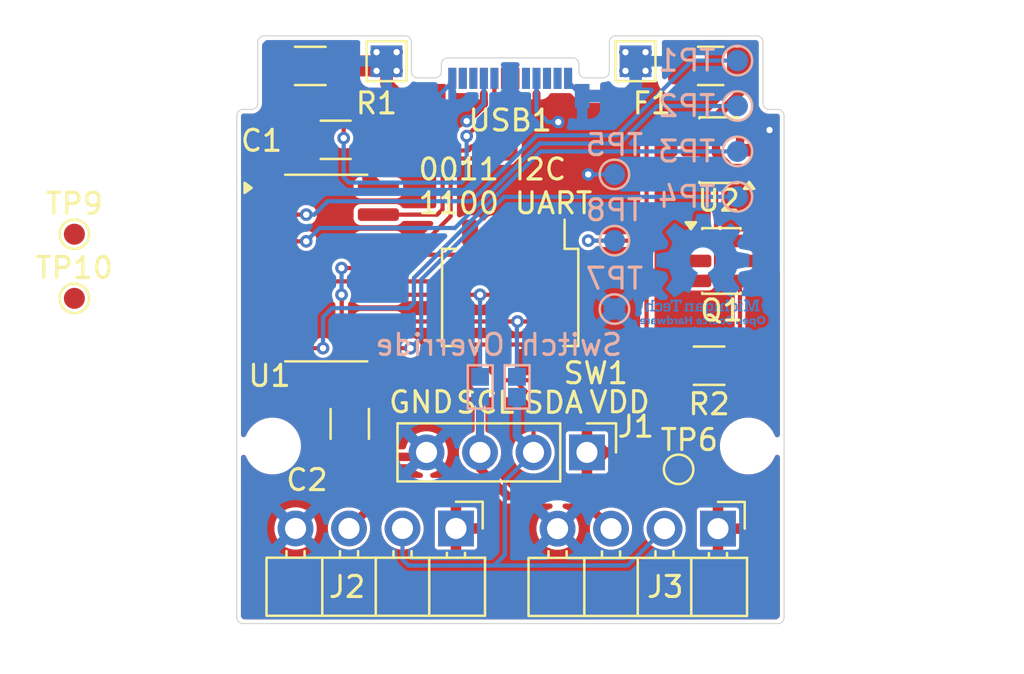
<source format=kicad_pcb>
(kicad_pcb (version 20241229) (generator "pcbnew") (generator_version "9.0")
  (layers (0 "F.Cu" signal) (2 "B.Cu" signal) (13 "F.Paste" user) (15 "B.Paste" user) (5 "F.SilkS" user "F.Silkscreen") (7 "B.SilkS" user "B.Silkscreen") (1 "F.Mask" user) (3 "B.Mask" user) (25 "Edge.Cuts" user))
  (net 0 "")
  (net 1 "/VBus")
  (net 2 "GND")
  (net 3 "Net-(U1-VUSB)")
  (net 4 "Net-(U1-D-)")
  (net 5 "Net-(Q1B-D)")
  (net 6 "Net-(U1-D+)")
  (net 7 "/Vo")
  (net 9 "/Out1")
  (net 10 "Net-(U1-SCL)")
  (net 11 "Net-(U1-URx)")
  (net 12 "Net-(U1-SDA)")
  (net 13 "Net-(U1-UTx)")
  (net 14 "Net-(USB1-CC)")
  (net 15 "/Out0")
  (net 16 "Net-(Q1B-G)")
  (net 17 "Net-(U1-GP1)")
  (net 18 "Net-(U1-GP2)")
  (net 19 "Net-(U1-GP0)")
  (net 20 "Net-(U1-GP3)")
  (net 21 "Net-(U2-STAT)")
  (net 23 "/SCL{slash}UTx")
  (net 24 "/SDA{slash}URx")
  (footprint "Resistor_SMD:R_1206_3216Metric" (layer "F.Cu") (at 105.9688 72.7964 180)
    (property "Reference" "R2")
    (property "Value" "470k")
  )
  (footprint "TestPoint:TestPoint_Pad_1.5x1.5mm" (layer "F.Cu") (at 90.64865 58.3219)
    (property "Reference" "TP3" (hide yes))
    (property "Value" "TestPoint" (hide yes))
  )
  (footprint "Package_TO_SOT_SMD:TSOT-23-6" (layer "F.Cu") (at 106.553 67.818)
    (property "Reference" "Q1")
    (property "Value" "DMC2053UVT")
  )
  (footprint "Connector_PinHeader_2.54mm:PinHeader_1x04_P2.54mm_Horizontal" (layer "F.Cu") (at 93.94505 80.5338 -90)
    (property "Reference" "J2")
    (property "Value" "2.54mm Pitch Header")
  )
  (footprint "Capacitor_SMD:C_1206_3216Metric_Pad1.33x1.80mm_HandSolder" (layer "F.Cu") (at 88.9 75.565 90)
    (property "Reference" "C2")
    (property "Value" "0.22uF")
  )
  (footprint "MountingHole:MountingHole_2.2mm_M2" (layer "F.Cu") (at 85.23105 76.616)
    (property "Reference" "H1" (hide yes))
    (property "Value" "MountingHole")
  )
  (footprint "Package_TO_SOT_SMD:TSOT-23-6" (layer "F.Cu") (at 106.4205 62.55 180)
    (property "Reference" "U2")
    (property "Value" "LTC4412xS6")
  )
  (footprint "Connector_USB:USB_C_Plug_Molex_105444" (layer "F.Cu") (at 96.52105 59.098)
    (property "Reference" "USB1")
    (property "Value" "USB C Male Connector")
  )
  (footprint "TestPoint:TestPoint_Pad_1.5x1.5mm" (layer "F.Cu") (at 102.47235 58.3219)
    (property "Reference" "TP3" (hide yes))
    (property "Value" "TestPoint" (hide yes))
  )
  (footprint "MountingHole:MountingHole_2.2mm_M2" (layer "F.Cu") (at 107.83105 76.616)
    (property "Reference" "H2" (hide yes))
    (property "Value" "MountingHole")
  )
  (footprint "Button_Switch_SMD:SW_DIP_SPSTx04_Slide_Omron_A6H-4101_W6.15mm_P1.27mm" (layer "F.Cu") (at 96.52105 69.552 -90)
    (property "Reference" "SW1")
    (property "Value" "SW_DIP_x04")
  )
  (footprint "Resistor_SMD:R_1206_3216Metric" (layer "F.Cu") (at 87.02555 58.547)
    (property "Reference" "R1")
    (property "Value" "5.1k")
  )
  (footprint "Capacitor_SMD:C_1206_3216Metric_Pad1.33x1.80mm_HandSolder" (layer "F.Cu") (at 88.23005 62.059 180)
    (property "Reference" "C1")
    (property "Value" "0.47uF")
  )
  (footprint "TestPoint:TestPoint_Pad_D1.0mm" (layer "F.Cu") (at 75.819 69.596)
    (property "Reference" "TP10")
    (property "Value" "D-")
  )
  (footprint "Package_SO:SOIC-14_3.9x8.7mm_P1.27mm" (layer "F.Cu") (at 87.78405 68.155)
    (property "Reference" "U1")
    (property "Value" "MCP2221AxSL" (hide yes))
  )
  (footprint "Connector_PinHeader_2.54mm:PinHeader_1x04_P2.54mm_Vertical" (layer "F.Cu") (at 100.16805 76.918 -90)
    (property "Reference" "J1")
    (property "Value" "2.54mm Pitch Header" (hide yes))
  )
  (footprint "Connector_PinHeader_2.54mm:PinHeader_1x04_P2.54mm_Horizontal" (layer "F.Cu") (at 106.39105 80.543 -90)
    (property "Reference" "J3")
    (property "Value" "2.54mm Pitch Header" (hide yes))
  )
  (footprint "TestPoint:TestPoint_Pad_D1.0mm" (layer "F.Cu") (at 104.521 77.724)
    (property "Reference" "TP6")
    (property "Value" "Vo" (hide yes))
  )
  (footprint "TestPoint:TestPoint_Pad_D1.0mm" (layer "F.Cu") (at 75.819 66.546)
    (property "Reference" "TP9")
    (property "Value" "D+")
  )
  (footprint "Fuse:Fuse_1206_3216Metric" (layer "F.Cu") (at 106.045 58.547)
    (property "Reference" "F1")
    (property "Value" "Polyfuse")
  )
  (footprint "Custom Parts:Jumper Pads" (layer "B.Cu") (at 96.84065 73.2264 180)
    (property "Reference" "2x Pads" (hide yes))
    (property "Value" "Jumper Pads" (hide yes))
  )
  (footprint "TestPoint:TestPoint_Pad_D1.0mm" (layer "B.Cu") (at 107.315 64.77 180)
    (property "Reference" "TP4")
    (property "Value" "I2C Activity")
  )
  (footprint "TestPoint:TestPoint_Pad_D1.0mm" (layer "B.Cu") (at 107.315 58.293 180)
    (property "Reference" "TP1")
    (property "Value" "URx")
  )
  (footprint "LOGO" (layer "B.Cu") (at 105.664 68.326 180)
    (property "Reference" "G***" (hide yes))
    (property "Value" "LOGO" (hide yes))
  )
  (footprint "" (layer "B.Cu") (at 102.47945 58.3252 180)
    (property "Reference" "")
    (property "Value" "")
  )
  (footprint "Custom Parts:Jumper Pads" (layer "B.Cu") (at 95.08805 73.2264 180)
    (property "Reference" "2x Pads" (hide yes))
    (property "Value" "Jumper Pads" (hide yes))
  )
  (footprint "TestPoint:TestPoint_Pad_D1.0mm" (layer "B.Cu") (at 101.473 70.104 180)
    (property "Reference" "TP7")
    (property "Value" "GND")
  )
  (footprint "TestPoint:TestPoint_Pad_D1.0mm" (layer "B.Cu") (at 107.315 62.611 180)
    (property "Reference" "TP3")
    (property "Value" "USB Status")
  )
  (footprint "TestPoint:TestPoint_Pad_D1.0mm" (layer "B.Cu") (at 107.315 60.452 180)
    (property "Reference" "TP2")
    (property "Value" "UTx")
  )
  (footprint "TestPoint:TestPoint_Pad_D1.0mm" (layer "B.Cu") (at 101.473 63.7032 180)
    (property "Reference" "TP5")
    (property "Value" "VBus" (hide yes))
  )
  (footprint "" (layer "B.Cu") (at 90.64305 58.3252 180)
    (property "Reference" "")
    (property "Value" "")
  )
  (footprint "TestPoint:TestPoint_Pad_D1.0mm" (layer "B.Cu") (at 101.473 66.8528 180)
    (property "Reference" "TP8")
    (property "Value" "OV Status" (hide yes))
  )
  (gr_arc (start 84.53105 57.416) (mid 84.618918 57.203868) (end 84.83105 57.116) (stroke (width 0.05)) (layer "Edge.Cuts"))
  (gr_arc (start 99.488918 58.166) (mid 99.70105 58.253868) (end 99.788918 58.466) (stroke (width 0.05)) (layer "Edge.Cuts"))
  (gr_arc (start 108.83105 60.616) (mid 108.618918 60.528132) (end 108.53105 60.316) (stroke (width 0.05)) (layer "Edge.Cuts"))
  (gr_line (start 93.25105 58.466) (end 93.25105 58.816) (stroke (width 0.05)) (layer "Edge.Cuts"))
  (gr_line (start 108.83105 60.616) (end 109.23105 60.616) (stroke (width 0.05)) (layer "Edge.Cuts"))
  (gr_arc (start 109.23105 60.616) (mid 109.443182 60.703868) (end 109.53105 60.916) (stroke (width 0.05)) (layer "Edge.Cuts"))
  (gr_arc (start 91.53105 57.116) (mid 91.743182 57.203868) (end 91.83105 57.416) (stroke (width 0.05)) (layer "Edge.Cuts"))
  (gr_line (start 108.53105 60.316) (end 108.53105 57.416) (stroke (width 0.05)) (layer "Edge.Cuts"))
  (gr_line (start 99.788918 58.466) (end 99.788918 58.816) (stroke (width 0.05)) (layer "Edge.Cuts"))
  (gr_arc (start 84.53105 60.316) (mid 84.443182 60.528132) (end 84.23105 60.616) (stroke (width 0.05)) (layer "Edge.Cuts"))
  (gr_arc (start 93.25105 58.466) (mid 93.338918 58.253868) (end 93.55105 58.166) (stroke (width 0.05)) (layer "Edge.Cuts"))
  (gr_arc (start 83.83105 85.056) (mid 83.618918 84.968132) (end 83.53105 84.756) (stroke (width 0.05)) (layer "Edge.Cuts"))
  (gr_line (start 83.83105 85.056) (end 109.23105 85.056) (stroke (width 0.05)) (layer "Edge.Cuts"))
  (gr_line (start 109.53105 84.756) (end 109.53105 60.916) (stroke (width 0.05)) (layer "Edge.Cuts"))
  (gr_line (start 100.93105 59.116) (end 100.088918 59.116) (stroke (width 0.05)) (layer "Edge.Cuts"))
  (gr_line (start 108.23105 57.116) (end 101.53105 57.116) (stroke (width 0.05)) (layer "Edge.Cuts"))
  (gr_line (start 83.53585 60.9112) (end 83.53105 84.756) (stroke (width 0.05)) (layer "Edge.Cuts"))
  (gr_arc (start 83.53585 60.9112) (mid 83.623718 60.699068) (end 83.83585 60.6112) (stroke (width 0.05)) (layer "Edge.Cuts"))
  (gr_line (start 91.83105 58.816) (end 91.83105 57.416) (stroke (width 0.05)) (layer "Edge.Cuts"))
  (gr_line (start 84.53105 57.416) (end 84.53105 60.316) (stroke (width 0.05)) (layer "Edge.Cuts"))
  (gr_arc (start 109.53105 84.756) (mid 109.443182 84.968132) (end 109.23105 85.056) (stroke (width 0.05)) (layer "Edge.Cuts"))
  (gr_line (start 84.83105 57.116) (end 91.53105 57.116) (stroke (width 0.05)) (layer "Edge.Cuts"))
  (gr_arc (start 100.088918 59.116) (mid 99.876786 59.028132) (end 99.788918 58.816) (stroke (width 0.05)) (layer "Edge.Cuts"))
  (gr_line (start 92.13105 59.116) (end 92.95105 59.116) (stroke (width 0.05)) (layer "Edge.Cuts"))
  (gr_arc (start 101.23105 58.816) (mid 101.143182 59.028132) (end 100.93105 59.116) (stroke (width 0.05)) (layer "Edge.Cuts"))
  (gr_arc (start 101.23105 57.416) (mid 101.318918 57.203868) (end 101.53105 57.116) (stroke (width 0.05)) (layer "Edge.Cuts"))
  (gr_arc (start 93.25105 58.816) (mid 93.163182 59.028132) (end 92.95105 59.116) (stroke (width 0.05)) (layer "Edge.Cuts"))
  (gr_arc (start 92.13105 59.116) (mid 91.918918 59.028132) (end 91.83105 58.816) (stroke (width 0.05)) (layer "Edge.Cuts"))
  (gr_line (start 99.48895 58.166) (end 93.55105 58.166) (stroke (width 0.05)) (layer "Edge.Cuts"))
  (gr_arc (start 108.23105 57.116) (mid 108.443182 57.203868) (end 108.53105 57.416) (stroke (width 0.05)) (layer "Edge.Cuts"))
  (gr_line (start 101.23105 58.816) (end 101.23105 57.416) (stroke (width 0.05)) (layer "Edge.Cuts"))
  (gr_line (start 84.23105 60.616) (end 83.83585 60.6112) (stroke (width 0.05)) (layer "Edge.Cuts"))
  (gr_text "VDD\n" (at 101.71745 74.5304 0) (layer "F.SilkS") (effects (font (size 1 1))))
  (gr_text "SCL\n\n\n   " (at 95.34205 76.9688 0) (layer "F.SilkS") (effects (font (size 1 1))))
  (gr_text "GND\n" (at 92.29405 74.5304 0) (layer "F.SilkS") (effects (font (size 1 1) (thickness 0.15) (bold yes))))
  (gr_text "\n0011 I2C\n1100 UART" (at 92.075 65.659 0) (layer "F.SilkS") (effects (font (size 1 1)) (justify left bottom)))
  (gr_text "SDA\n\n\n   \n" (at 98.56785 76.9688 0) (layer "F.SilkS") (effects (font (size 1 1))))
  (gr_text "Switch Override\n" (at 95.97705 71.804 0) (layer "B.SilkS") (effects (font (size 1 1)) (justify mirror)))
  (segment (start 95.27105 59.138) (end 95.27105 60.352) (width 0.2) (layer "F.Cu") (net 1))
  (segment (start 98.806 61.214) (end 98.30705 61.214) (width 0.2) (layer "F.Cu") (net 1))
  (segment (start 95.27105 60.352) (end 94.83405 60.789) (width 0.2) (layer "F.Cu") (net 1))
  (segment (start 98.30705 61.214) (end 97.77105 60.678) (width 0.2) (layer "F.Cu") (net 1))
  (segment (start 97.77105 60.678) (end 97.77105 59.138) (width 0.2) (layer "F.Cu") (net 1))
  (segment (start 94.83405 60.789) (end 94.45305 61.17) (width 0.2) (layer "F.Cu") (net 1))
  (via (at 94.45305 61.17) (size 0.6) (drill 0.3) (layers "F.Cu" "B.Cu") (net 1))
  (via (at 100.2284 63.7032) (size 0.6) (drill 0.3) (layers "F.Cu" "B.Cu") (net 1))
  (via (at 98.806 61.214) (size 0.6) (drill 0.3) (layers "F.Cu" "B.Cu") (net 1))
  (segment (start 101.473 63.7032) (end 100.2284 63.7032) (width 0.2) (layer "B.Cu") (net 1))
  (segment (start 98.30705 61.214) (end 97.77105 60.678) (width 0.2) (layer "B.Cu") (net 1))
  (segment (start 98.806 61.214) (end 98.30705 61.214) (width 0.2) (layer "B.Cu") (net 1))
  (segment (start 94.45305 61.17) (end 95.27105 60.352) (width 0.2) (layer "B.Cu") (net 1))
  (segment (start 97.77105 60.678) (end 97.77105 59.138) (width 0.2) (layer "B.Cu") (net 1))
  (segment (start 95.27105 60.352) (end 95.27105 59.138) (width 0.2) (layer "B.Cu") (net 1))
  (segment (start 107.442 61.6) (end 108.834 61.6) (width 0.4) (layer "F.Cu") (net 2))
  (segment (start 88.48805 58.547) (end 90.42355 58.547) (width 1) (layer "F.Cu") (net 2))
  (segment (start 92.33855 77.1275) (end 92.54805 76.918) (width 0.4) (layer "F.Cu") (net 2))
  (segment (start 92.67505 59.978) (end 91.22905 59.978) (width 0.6) (layer "F.Cu") (net 2))
  (segment (start 99.27105 59.138) (end 99.27105 59.2951) (width 0.2) (layer "F.Cu") (net 2))
  (segment (start 90.136 59.978) (end 89.79255 60.32145) (width 0.6) (layer "F.Cu") (net 2))
  (segment (start 88.9 77.1275) (end 92.33855 77.1275) (width 0.4) (layer "F.Cu") (net 2))
  (segment (start 90.42355 58.547) (end 90.64865 58.3219) (width 1) (layer "F.Cu") (net 2))
  (segment (start 90.64865 59.3976) (end 90.64865 58.3219) (width 0.6) (layer "F.Cu") (net 2))
  (segment (start 102.47235 59.5007) (end 102.47235 58.3219) (width 0.2) (layer "F.Cu") (net 2))
  (segment (start 101.97145 60.0016) (end 102.47235 59.5007) (width 0.2) (layer "F.Cu") (net 2))
  (segment (start 89.79255 63.8785) (end 90.25905 64.345) (width 0.6) (layer "F.Cu") (net 2))
  (segment (start 108.834 61.6) (end 108.839 61.595) (width 0.4) (layer "F.Cu") (net 2))
  (segment (start 93.77105 59.308) (end 93.10105 59.978) (width 0.2) (layer "F.Cu") (net 2))
  (segment (start 99.27105 59.2951) (end 99.97755 60.0016) (width 0.2) (layer "F.Cu") (net 2))
  (segment (start 92.17605 59.978) (end 90.136 59.978) (width 0.6) (layer "F.Cu") (net 2))
  (segment (start 91.22905 59.978) (end 90.64865 59.3976) (width 0.6) (layer "F.Cu") (net 2))
  (segment (start 92.17605 59.978) (end 92.67505 59.978) (width 0.6) (layer "F.Cu") (net 2))
  (segment (start 93.10105 59.978) (end 92.67505 59.978) (width 0.6) (layer "F.Cu") (net 2))
  (segment (start 93.77105 59.138) (end 93.77105 59.308) (width 0.2) (layer "F.Cu") (net 2))
  (segment (start 99.97755 60.0016) (end 101.97145 60.0016) (width 0.2) (layer "F.Cu") (net 2))
  (segment (start 89.79255 62.059) (end 89.79255 63.8785) (width 0.6) (layer "F.Cu") (net 2))
  (segment (start 107.442 62.55) (end 107.442 61.6) (width 0.4) (layer "F.Cu") (net 2))
  (segment (start 102.47565 58.3252) (end 102.47235 58.3219) (width 0.6) (layer "F.Cu") (net 2))
  (segment (start 89.79255 60.32145) (end 89.79255 62.059) (width 0.6) (layer "F.Cu") (net 2))
  (via (at 90.17315 57.8934) (size 0.6) (drill 0.3) (layers "F.Cu" "B.Cu") (net 2))
  (via (at 108.839 61.595) (size 0.6) (drill 0.3) (layers "F.Cu" "B.Cu") (net 2))
  (via (at 91.12565 58.7824) (size 0.6) (drill 0.3) (layers "F.Cu" "B.Cu") (net 2))
  (via (at 90.17315 58.7824) (size 0.6) (drill 0.3) (layers "F.Cu" "B.Cu") (net 2))
  (via (at 101.99685 57.8934) (size 0.6) (drill 0.3) (layers "F.Cu" "B.Cu") (net 2))
  (via (at 101.99685 58.7824) (size 0.6) (drill 0.3) (layers "F.Cu" "B.Cu") (net 2))
  (via (at 91.12565 57.8934) (size 0.6) (drill 0.3) (layers "F.Cu" "B.Cu") (net 2))
  (via (at 102.94935 57.8934) (size 0.6) (drill 0.3) (layers "F.Cu" "B.Cu") (net 2))
  (via (at 102.94935 58.7824) (size 0.6) (drill 0.3) (layers "F.Cu" "B.Cu") (net 2))
  (segment (start 99.27105 59.138) (end 99.27105 59.308) (width 0.2) (layer "B.Cu") (net 2))
  (segment (start 93.77105 59.312) (end 93.10685 59.9762) (width 0.2) (layer "B.Cu") (net 2))
  (segment (start 93.77105 59.138) (end 93.77105 59.312) (width 0.2) (layer "B.Cu") (net 2))
  (segment (start 101.99505 59.978) (end 102.47945 59.4936) (width 0.6) (layer "B.Cu") (net 2))
  (segment (start 99.94105 59.978) (end 101.99505 59.978) (width 0.6) (layer "B.Cu") (net 2))
  (segment (start 91.22725 59.9762) (end 90.64305 59.392) (width 0.2) (layer "B.Cu") (net 2))
  (segment (start 93.10685 59.9762) (end 91.22725 59.9762) (width 0.2) (layer "B.Cu") (net 2))
  (segment (start 99.27105 59.308) (end 99.94105 59.978) (width 0.2) (layer "B.Cu") (net 2))
  (segment (start 102.47945 59.4936) (end 102.47945 58.3252) (width 0.6) (layer "B.Cu") (net 2))
  (segment (start 90.64305 59.392) (end 90.64305 58.3252) (width 0.2) (layer "B.Cu") (net 2))
  (segment (start 88.9 74.0025) (end 88.9 73.406) (width 0.2) (layer "F.Cu") (net 3))
  (segment (start 88.9 73.406) (end 88.519 73.025) (width 0.2) (layer "F.Cu") (net 3))
  (segment (start 88.519 69.43455) (end 88.50945 69.425) (width 0.2) (layer "F.Cu") (net 3))
  (segment (start 88.519 73.025) (end 88.519 69.43455) (width 0.2) (layer "F.Cu") (net 3))
  (segment (start 88.50945 68.155) (end 90.25905 68.155) (width 0.2) (layer "F.Cu") (net 3))
  (via (at 88.50945 69.425) (size 0.6) (drill 0.3) (layers "F.Cu" "B.Cu") (net 3))
  (via (at 88.50945 68.155) (size 0.6) (drill 0.3) (layers "F.Cu" "B.Cu") (net 3))
  (segment (start 88.50945 69.425) (end 88.50945 68.155) (width 0.2) (layer "B.Cu") (net 3))
  (segment (start 92.5 66.885) (end 93.69105 65.69395) (width 0.2) (layer "F.Cu") (net 4))
  (segment (start 96.48505 62.948) (end 96.77105 62.662) (width 0.2) (layer "F.Cu") (net 4))
  (segment (start 90.25905 66.885) (end 92.5 66.885) (width 0.2) (layer "F.Cu") (net 4))
  (segment (start 96.77105 62.662) (end 96.77105 59.138) (width 0.2) (layer "F.Cu") (net 4))
  (segment (start 93.94505 62.948) (end 96.48505 62.948) (width 0.2) (layer "F.Cu") (net 4))
  (segment (start 93.69105 65.69395) (end 93.69105 63.202) (width 0.2) (layer "F.Cu") (net 4))
  (segment (start 93.69105 63.202) (end 93.94505 62.948) (width 0.2) (layer "F.Cu") (net 4))
  (segment (start 106.299 62.711468) (end 107.087532 63.5) (width 0.4) (layer "F.Cu") (net 5))
  (segment (start 107.087532 63.5) (end 108.331 63.5) (width 0.4) (layer "F.Cu") (net 5))
  (segment (start 107.445 59.814) (end 106.299 60.96) (width 0.4) (layer "F.Cu") (net 5))
  (segment (start 107.445 58.547) (end 107.445 59.814) (width 0.4) (layer "F.Cu") (net 5))
  (segment (start 108.143 68.768) (end 107.4365 68.768) (width 0.4) (layer "F.Cu") (net 5))
  (segment (start 107.4365 72.7912) (end 107.4313 72.7964) (width 0.2) (layer "F.Cu") (net 5))
  (segment (start 107.4365 68.768) (end 107.4365 72.7912) (width 0.2) (layer "F.Cu") (net 5))
  (segment (start 108.331 63.5) (end 108.839 64.008) (width 0.4) (layer "F.Cu") (net 5))
  (segment (start 108.839 64.008) (end 108.839 68.072) (width 0.4) (layer "F.Cu") (net 5))
  (segment (start 106.299 60.96) (end 106.299 62.711468) (width 0.4) (layer "F.Cu") (net 5))
  (segment (start 108.839 68.072) (end 108.143 68.768) (width 0.4) (layer "F.Cu") (net 5))
  (segment (start 93.05605 65.615) (end 93.31005 65.361) (width 0.2) (layer "F.Cu") (net 6))
  (segment (start 96.27105 62.4) (end 96.27105 59.138) (width 0.2) (layer "F.Cu") (net 6))
  (segment (start 93.557537 62.573512) (end 93.56405 62.567) (width 0.2) (layer "F.Cu") (net 6))
  (segment (start 95.71405 62.567) (end 96.050587 62.567) (width 0.2) (layer "F.Cu") (net 6))
  (segment (start 94.10405 62.567) (end 94.16405 62.567) (width 0.2) (layer "F.Cu") (net 6))
  (segment (start 93.31005 65.361) (end 93.31005 63.260722) (width 0.2) (layer "F.Cu") (net 6))
  (segment (start 90.25905 65.615) (end 93.05605 65.615) (width 0.2) (layer "F.Cu") (net 6))
  (segment (start 94.16405 62.567) (end 94.51405 62.567) (width 0.2) (layer "F.Cu") (net 6))
  (segment (start 94.71405 62.367) (end 94.81405 62.367) (width 0.2) (layer "F.Cu") (net 6))
  (segment (start 93.31005 62.821) (end 93.557537 62.573512) (width 0.2) (layer "F.Cu") (net 6))
  (segment (start 93.31005 63.260722) (end 93.31005 62.821) (width 0.2) (layer "F.Cu") (net 6))
  (segment (start 95.23405 62.447) (end 95.23405 62.114711) (width 0.2) (layer "F.Cu") (net 6))
  (segment (start 96.050587 62.567) (end 96.10405 62.567) (width 0.2) (layer "F.Cu") (net 6))
  (segment (start 96.10405 62.567) (end 96.27105 62.4) (width 0.2) (layer "F.Cu") (net 6))
  (segment (start 95.01405 62.567) (end 95.11405 62.567) (width 0.2) (layer "F.Cu") (net 6))
  (segment (start 93.68405 62.447) (end 93.68405 62.317274) (width 0.2) (layer "F.Cu") (net 6))
  (segment (start 95.65405 62.567) (end 95.71405 62.567) (width 0.2) (layer "F.Cu") (net 6))
  (segment (start 95.53405 62.114711) (end 95.53405 62.447) (width 0.2) (layer "F.Cu") (net 6))
  (segment (start 93.80405 62.197274) (end 93.86405 62.197274) (width 0.2) (layer "F.Cu") (net 6))
  (segment (start 93.98405 62.317274) (end 93.98405 62.447) (width 0.2) (layer "F.Cu") (net 6))
  (segment (start 95.35405 61.994711) (end 95.41405 61.994711) (width 0.2) (layer "F.Cu") (net 6))
  (arc (start 93.68405 62.317274) (mid 93.719197 62.232421) (end 93.80405 62.197274) (width 0.2) (layer "F.Cu") (net 6))
  (arc (start 95.23405 62.114711) (mid 95.269197 62.029858) (end 95.35405 61.994711) (width 0.2) (layer "F.Cu") (net 6))
  (arc (start 93.98405 62.447) (mid 94.019197 62.531853) (end 94.10405 62.567) (width 0.2) (layer "F.Cu") (net 6))
  (arc (start 95.53405 62.447) (mid 95.569197 62.531853) (end 95.65405 62.567) (width 0.2) (layer "F.Cu") (net 6))
  (arc (start 93.86405 62.197274) (mid 93.948903 62.232421) (end 93.98405 62.317274) (width 0.2) (layer "F.Cu") (net 6))
  (arc (start 94.91405 62.467) (mid 94.943339 62.537711) (end 95.01405 62.567) (width 0.2) (layer "F.Cu") (net 6))
  (arc (start 94.51405 62.567) (mid 94.584761 62.537711) (end 94.61405 62.467) (width 0.2) (layer "F.Cu") (net 6))
  (arc (start 95.41405 61.994711) (mid 95.498903 62.029858) (end 95.53405 62.114711) (width 0.2) (layer "F.Cu") (net 6))
  (arc (start 94.81405 62.367) (mid 94.884761 62.396289) (end 94.91405 62.467) (width 0.2) (layer "F.Cu") (net 6))
  (arc (start 95.11405 62.567) (mid 95.198903 62.531853) (end 95.23405 62.447) (width 0.2) (layer "F.Cu") (net 6))
  (arc (start 94.61405 62.467) (mid 94.643339 62.396289) (end 94.71405 62.367) (width 0.2) (layer "F.Cu") (net 6))
  (arc (start 93.56405 62.567) (mid 93.648903 62.531853) (end 93.68405 62.447) (width 0.2) (layer "F.Cu") (net 6))
  (segment (start 100.16805 76.597) (end 100.29505 76.597) (width 0.2) (layer "F.Cu") (net 7))
  (segment (start 100.16805 76.918) (end 100.67305 76.918) (width 1) (layer "F.Cu") (net 7))
  (segment (start 95.08805 76.918) (end 95.08805 74.289) (width 0.2) (layer "F.Cu") (net 9))
  (segment (start 95.08805 74.289) (end 94.61605 73.817) (width 0.2) (layer "F.Cu") (net 9))
  (segment (start 99.76205 78.994) (end 101.31105 80.543) (width 0.4) (layer "F.Cu") (net 9))
  (segment (start 88.86505 80.5338) (end 90.91285 78.486) (width 0.4) (layer "F.Cu") (net 9))
  (segment (start 95.885 78.486) (end 96.393 78.994) (width 0.4) (layer "F.Cu") (net 9))
  (segment (start 95.08845 76.9176) (end 95.08805 76.918) (width 0.2) (layer "F.Cu") (net 9))
  (segment (start 97.07305 71.791) (end 94.75405 71.791) (width 0.2) (layer "F.Cu") (net 9))
  (segment (start 94.61605 71.929) (end 94.61605 72.627) (width 0.2) (layer "F.Cu") (net 9))
  (segment (start 95.08805 76.918) (end 95.08805 77.68905) (width 0.4) (layer "F.Cu") (net 9))
  (segment (start 94.75405 71.791) (end 94.61605 71.929) (width 0.2) (layer "F.Cu") (net 9))
  (segment (start 97.15605 71.874) (end 97.07305 71.791) (width 0.2) (layer "F.Cu") (net 9))
  (segment (start 97.15605 72.627) (end 97.15605 71.874) (width 0.2) (layer "F.Cu") (net 9))
  (segment (start 95.08805 77.68905) (end 96.393 78.994) (width 0.4) (layer "F.Cu") (net 9))
  (segment (start 90.91285 78.486) (end 95.885 78.486) (width 0.4) (layer "F.Cu") (net 9))
  (segment (start 96.393 78.994) (end 99.76205 78.994) (width 0.4) (layer "F.Cu") (net 9))
  (segment (start 94.76705 76.597) (end 95.08805 76.597) (width 0.2) (layer "F.Cu") (net 9))
  (segment (start 94.61605 73.817) (end 94.61605 72.627) (width 0.2) (layer "F.Cu") (net 9))
  (segment (start 95.08805 74.2764) (end 95.08805 76.918) (width 0.4) (layer "B.Cu") (net 9))
  (segment (start 90.25905 69.425) (end 95.08805 69.425) (width 0.2) (layer "F.Cu") (net 10))
  (segment (start 97.15605 66.477) (end 97.15605 69.1858) (width 0.2) (layer "F.Cu") (net 10))
  (segment (start 97.15605 69.1858) (end 96.91685 69.425) (width 0.2) (layer "F.Cu") (net 10))
  (segment (start 96.91685 69.425) (end 95.08805 69.425) (width 0.2) (layer "F.Cu") (net 10))
  (via (at 95.08805 69.425) (size 0.6) (drill 0.3) (layers "F.Cu" "B.Cu") (net 10))
  (segment (start 95.08805 69.425) (end 95.08805 73.3264) (width 0.2) (layer "B.Cu") (net 10))
  (segment (start 94.68005 66.477) (end 94.70705 66.504) (width 0.2) (layer "F.Cu") (net 11))
  (segment (start 86.45205 69.425) (end 85.30905 69.425) (width 0.2) (layer "F.Cu") (net 11))
  (segment (start 88.35705 67.52) (end 86.45205 69.425) (width 0.2) (layer "F.Cu") (net 11))
  (segment (start 94.61605 66.477) (end 94.61605 67.3062) (width 0.2) (layer "F.Cu") (net 11))
  (segment (start 94.61605 67.3062) (end 94.40225 67.52) (width 0.2) (layer "F.Cu") (net 11))
  (segment (start 94.40225 67.52) (end 88.35705 67.52) (width 0.2) (layer "F.Cu") (net 11))
  (segment (start 94.61605 66.477) (end 94.68005 66.477) (width 0.2) (layer "F.Cu") (net 11))
  (segment (start 98.42605 66.477) (end 98.42605 70.4558) (width 0.2) (layer "F.Cu") (net 12))
  (segment (start 90.25905 70.695) (end 96.86605 70.695) (width 0.2) (layer "F.Cu") (net 12))
  (segment (start 98.18685 70.695) (end 96.86605 70.695) (width 0.2) (layer "F.Cu") (net 12))
  (segment (start 98.42605 70.4558) (end 98.18685 70.695) (width 0.2) (layer "F.Cu") (net 12))
  (via (at 96.86605 70.695) (size 0.6) (drill 0.3) (layers "F.Cu" "B.Cu") (net 12))
  (segment (start 96.84065 70.8474) (end 96.84065 73.3264) (width 0.2) (layer "B.Cu") (net 12))
  (segment (start 96.86605 70.822) (end 96.84065 70.8474) (width 0.2) (layer "B.Cu") (net 12))
  (segment (start 96.86605 70.695) (end 96.86605 70.822) (width 0.2) (layer "B.Cu") (net 12))
  (segment (start 95.67225 68.79) (end 88.189049 68.79) (width 0.2) (layer "F.Cu") (net 13))
  (segment (start 95.88605 66.477) (end 95.88605 68.5762) (width 0.2) (layer "F.Cu") (net 13))
  (segment (start 88.189049 68.79) (end 86.284049 70.695) (width 0.2) (layer "F.Cu") (net 13))
  (segment (start 86.284049 70.695) (end 85.30905 70.695) (width 0.2) (layer "F.Cu") (net 13))
  (segment (start 95.88605 68.5762) (end 95.67225 68.79) (width 0.2) (layer "F.Cu") (net 13))
  (segment (start 85.935 59.646) (end 85.56305 59.27405) (width 0.2) (layer "F.Cu") (net 14))
  (segment (start 88.61105 59.9) (end 88.35705 59.646) (width 0.2) (layer "F.Cu") (net 14))
  (segment (start 85.56305 59.27405) (end 85.56305 58.547) (width 0.2) (layer "F.Cu") (net 14))
  (segment (start 95.77105 60.5632) (end 95.77105 59.138) (width 0.2) (layer "F.Cu") (net 14))
  (segment (start 88.61105 61.976) (end 88.61105 59.9) (width 0.2) (layer "F.Cu") (net 14))
  (segment (start 94.45305 61.8812) (end 95.77105 60.5632) (width 0.2) (layer "F.Cu") (net 14))
  (segment (start 88.35705 59.646) (end 85.935 59.646) (width 0.2) (layer "F.Cu") (net 14))
  (via (at 88.61105 61.976) (size 0.6) (drill 0.3) (layers "F.Cu" "B.Cu") (net 14))
  (via (at 94.45305 61.8812) (size 0.6) (drill 0.3) (layers "F.Cu" "B.Cu") (net 14))
  (segment (start 94.19905 64.091) (end 94.45305 63.837) (width 0.2) (layer "B.Cu") (net 14))
  (segment (start 88.61105 63.837) (end 88.86505 64.091) (width 0.2) (layer "B.Cu") (net 14))
  (segment (start 88.86505 64.091) (end 94.19905 64.091) (width 0.2) (layer "B.Cu") (net 14))
  (segment (start 94.45305 63.837) (end 94.45305 61.8812) (width 0.2) (layer "B.Cu") (net 14))
  (segment (start 88.61105 61.976) (end 88.61105 63.837) (width 0.2) (layer "B.Cu") (net 14))
  (segment (start 98.19955 73.489) (end 97.37405 73.489) (width 0.2) (layer "F.Cu") (net 15))
  (segment (start 98.42605 73.2625) (end 98.19955 73.489) (width 0.2) (layer "F.Cu") (net 15))
  (segment (start 97.62805 74.38705) (end 97.62805 76.918) (width 0.2) (layer "F.Cu") (net 15))
  (segment (start 96.10405 73.489) (end 96.73 73.489) (width 0.2) (layer "F.Cu") (net 15))
  (segment (start 96.10405 73.489) (end 95.88605 73.271) (width 0.2) (layer "F.Cu") (net 15))
  (segment (start 97.49755 76.597) (end 97.62805 76.597) (width 0.2) (layer "F.Cu") (net 15))
  (segment (start 95.72305 72.854) (end 95.72305 72.092) (width 0.2) (layer "F.Cu") (net 15))
  (segment (start 96.73 73.489) (end 97.62805 74.38705) (width 0.2) (layer "F.Cu") (net 15))
  (segment (start 98.42605 72.627) (end 98.42605 73.2625) (width 0.2) (layer "F.Cu") (net 15))
  (segment (start 97.37405 73.489) (end 96.10405 73.489) (width 0.2) (layer "F.Cu") (net 15))
  (segment (start 95.88605 73.271) (end 95.88605 72.627) (width 0.2) (layer "F.Cu") (net 15))
  (segment (start 97.62805 76.918) (end 96.266 78.28005) (width 0.2) (layer "B.Cu") (net 15))
  (segment (start 91.694 82.296) (end 95.758 82.296) (width 0.2) (layer "B.Cu") (net 15))
  (segment (start 95.758 82.296) (end 102.09805 82.296) (width 0.2) (layer "B.Cu") (net 15))
  (segment (start 96.84065 74.2764) (end 96.84065 76.1306) (width 0.4) (layer "B.Cu") (net 15))
  (segment (start 91.40505 80.5338) (end 91.40505 82.00705) (width 0.2) (layer "B.Cu") (net 15))
  (segment (start 102.09805 82.296) (end 103.85105 80.543) (width 0.2) (layer "B.Cu") (net 15))
  (segment (start 96.266 78.28005) (end 96.266 81.788) (width 0.2) (layer "B.Cu") (net 15))
  (segment (start 96.84065 76.1306) (end 97.62805 76.918) (width 0.4) (layer "B.Cu") (net 15))
  (segment (start 91.40505 82.00705) (end 91.694 82.296) (width 0.2) (layer "B.Cu") (net 15))
  (segment (start 96.266 81.788) (end 95.758 82.296) (width 0.2) (layer "B.Cu") (net 15))
  (segment (start 106.299 68.199) (end 105.73 68.768) (width 0.2) (layer "F.Cu") (net 16))
  (segment (start 106.1465 63.316454) (end 106.299 63.468954) (width 0.2) (layer "F.Cu") (net 16))
  (segment (start 105.73 68.768) (end 105.1615 68.768) (width 0.2) (layer "F.Cu") (net 16))
  (segment (start 105.829046 62.999) (end 105.945046 62.999) (width 0.2) (layer "F.Cu") (net 16))
  (segment (start 106.299 63.468954) (end 106.299 68.199) (width 0.2) (layer "F.Cu") (net 16))
  (segment (start 105.945046 62.999) (end 106.1465 63.200454) (width 0.2) (layer "F.Cu") (net 16))
  (segment (start 105.380046 62.55) (end 105.829046 62.999) (width 0.2) (layer "F.Cu") (net 16))
  (segment (start 105.167 62.55) (end 105.380046 62.55) (width 0.2) (layer "F.Cu") (net 16))
  (segment (start 106.1465 63.200454) (end 106.1465 63.316454) (width 0.2) (layer "F.Cu") (net 16))
  (segment (start 85.30905 66.885) (end 86.83305 66.885) (width 0.2) (layer "F.Cu") (net 17))
  (via (at 86.83305 66.885) (size 0.6) (drill 0.3) (layers "F.Cu" "B.Cu") (net 17))
  (segment (start 93.897 66.25) (end 87.46805 66.25) (width 0.2) (layer "B.Cu") (net 17))
  (segment (start 103.505 60.452) (end 101.724 62.233) (width 0.2) (layer "B.Cu") (net 17))
  (segment (start 107.315 60.452) (end 103.505 60.452) (width 0.2) (layer "B.Cu") (net 17))
  (segment (start 97.914 62.233) (end 93.897 66.25) (width 0.2) (layer "B.Cu") (net 17))
  (segment (start 101.724 62.233) (end 97.914 62.233) (width 0.2) (layer "B.Cu") (net 17))
  (segment (start 87.46805 66.25) (end 86.83305 66.885) (width 0.2) (layer "B.Cu") (net 17))
  (segment (start 85.30905 71.965) (end 87.63 71.965) (width 0.2) (layer "F.Cu") (net 18))
  (via (at 87.63 71.965) (size 0.6) (drill 0.3) (layers "F.Cu" "B.Cu") (net 18))
  (segment (start 91.948 68.624678) (end 91.948 69.810525) (width 0.2) (layer "B.Cu") (net 18))
  (segment (start 88.055 70.06) (end 87.63 70.485) (width 0.2) (layer "B.Cu") (net 18))
  (segment (start 91.948 69.810525) (end 91.698525 70.06) (width 0.2) (layer "B.Cu") (net 18))
  (segment (start 91.698525 70.06) (end 88.055 70.06) (width 0.2) (layer "B.Cu") (net 18))
  (segment (start 97.961678 62.611) (end 91.948 68.624678) (width 0.2) (layer "B.Cu") (net 18))
  (segment (start 87.63 70.485) (end 87.63 71.965) (width 0.2) (layer "B.Cu") (net 18))
  (segment (start 107.315 62.611) (end 97.961678 62.611) (width 0.2) (layer "B.Cu") (net 18))
  (segment (start 85.30905 65.615) (end 86.83305 65.615) (width 0.2) (layer "F.Cu") (net 19))
  (via (at 86.83305 65.615) (size 0.6) (drill 0.3) (layers "F.Cu" "B.Cu") (net 19))
  (segment (start 97.79 61.849) (end 101.6 61.849) (width 0.2) (layer "B.Cu") (net 19))
  (segment (start 101.6 61.849) (end 105.156 58.293) (width 0.2) (layer "B.Cu") (net 19))
  (segment (start 87.21405 65.615) (end 87.84905 64.98) (width 0.2) (layer "B.Cu") (net 19))
  (segment (start 94.659 64.98) (end 97.79 61.849) (width 0.2) (layer "B.Cu") (net 19))
  (segment (start 86.83305 65.615) (end 87.21405 65.615) (width 0.2) (layer "B.Cu") (net 19))
  (segment (start 87.84905 64.98) (end 94.659 64.98) (width 0.2) (layer "B.Cu") (net 19))
  (segment (start 105.156 58.293) (end 107.315 58.293) (width 0.2) (layer "B.Cu") (net 19))
  (segment (start 90.25905 71.965) (end 91.78605 71.965) (width 0.2) (layer "F.Cu") (net 20))
  (via (at 91.78605 71.965) (size 0.6) (drill 0.3) (layers "F.Cu" "B.Cu") (net 20))
  (segment (start 92.29405 71.457) (end 92.29405 68.704306) (width 0.2) (layer "B.Cu") (net 20))
  (segment (start 96.228356 64.77) (end 107.315 64.77) (width 0.2) (layer "B.Cu") (net 20))
  (segment (start 91.78605 71.965) (end 92.29405 71.457) (width 0.2) (layer "B.Cu") (net 20))
  (segment (start 92.29405 68.704306) (end 96.228356 64.77) (width 0.2) (layer "B.Cu") (net 20))
  (segment (start 102.997 71.755) (end 102.997 66.0908) (width 0.2) (layer "F.Cu") (net 21))
  (segment (start 104.5063 72.7964) (end 103.2764 72.7964) (width 0.2) (layer "F.Cu") (net 21))
  (segment (start 100.2284 66.8528) (end 102.235 66.8528) (width 0.2) (layer "F.Cu") (net 21))
  (segment (start 103.627 61.6) (end 105.167 61.6) (width 0.2) (layer "F.Cu") (net 21))
  (segment (start 102.235 66.8528) (end 102.997 66.0908) (width 0.2) (layer "F.Cu") (net 21))
  (segment (start 102.997 62.23) (end 103.627 61.6) (width 0.2) (layer "F.Cu") (net 21))
  (segment (start 103.2764 72.7964) (end 102.997 72.517) (width 0.2) (layer "F.Cu") (net 21))
  (segment (start 102.997 72.517) (end 102.997 71.755) (width 0.2) (layer "F.Cu") (net 21))
  (segment (start 102.997 66.0908) (end 102.997 62.23) (width 0.2) (layer "F.Cu") (net 21))
  (via (at 100.2284 66.8528) (size 0.6) (drill 0.3) (layers "F.Cu" "B.Cu") (net 21))
  (segment (start 101.473 66.8528) (end 100.2284 66.8528) (width 0.2) (layer "B.Cu") (net 21))
  (zone (net 1) (net_name "/VBus") (layer "F.Cu") (connect_pads (clearance 0.2)) (min_thickness 0.25) (fill yes (thermal_gap 0.5) (thermal_bridge_width 0.5))
    (polygon (pts (xy 84.963 57.277) (xy 84.709 57.531) (xy 84.709 60.452) (xy 84.455 60.706) (xy 83.82 60.706) (xy 83.693 60.833) (xy 83.693 84.709) (xy 83.947 84.963) (xy 109.093 84.963) (xy 109.347 84.709) (xy 109.347 60.833) (xy 109.22 60.706) (xy 108.585 60.706) (xy 108.331 60.452) (xy 108.331 57.404) (xy 108.204 57.277)))
  )
  (zone (net 7) (net_name "/Vo") (layer "F.Cu") (priority 1) (connect_pads (clearance 0.1524)) (min_thickness 0.25) (fill yes (thermal_gap 0.5) (thermal_bridge_width 0.5))
    (polygon (pts (xy 83.693 84.709) (xy 83.947 84.963) (xy 109.093 84.963) (xy 109.347 84.709) (xy 109.347 61.341) (xy 109.22 61.214) (xy 108.585 61.214) (xy 108.331 61.214) (xy 103.632 61.214) (xy 103.378 61.468) (xy 103.378 74.041) (xy 103.124 74.295) (xy 83.693 74.295)))
  )
  (zone (net 2) (net_name "GND") (layer "B.Cu") (connect_pads (clearance 0.1524)) (min_thickness 0.25) (fill yes (thermal_gap 0.5) (thermal_bridge_width 0.5))
    (polygon (pts (xy 84.963 57.277) (xy 84.709 57.531) (xy 84.709 60.452) (xy 84.455 60.706) (xy 83.82 60.706) (xy 83.693 60.833) (xy 83.693 84.709) (xy 83.947 84.963) (xy 109.093 84.963) (xy 109.347 84.709) (xy 109.347 60.833) (xy 109.22 60.706) (xy 108.585 60.706) (xy 108.331 60.452) (xy 108.331 57.404) (xy 108.204 57.277)))
  )
)
</source>
